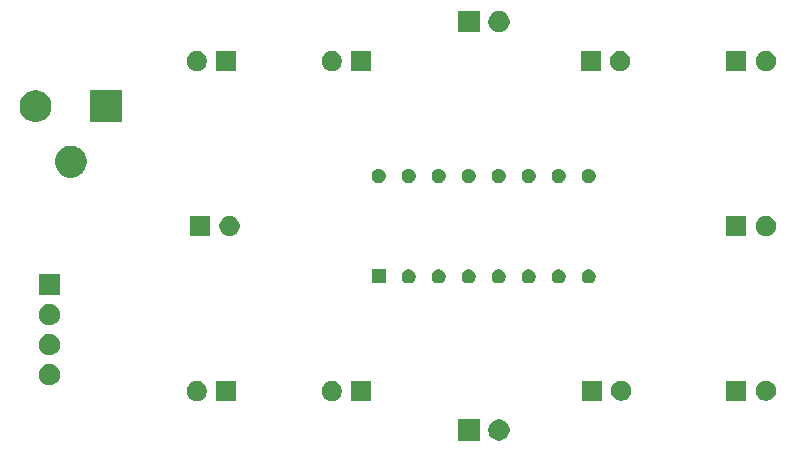
<source format=gbr>
G04 #@! TF.GenerationSoftware,KiCad,Pcbnew,(5.1.5)-3*
G04 #@! TF.CreationDate,2019-12-25T13:57:40+05:30*
G04 #@! TF.ProjectId,aniket,616e696b-6574-42e6-9b69-6361645f7063,rev?*
G04 #@! TF.SameCoordinates,Original*
G04 #@! TF.FileFunction,Soldermask,Bot*
G04 #@! TF.FilePolarity,Negative*
%FSLAX46Y46*%
G04 Gerber Fmt 4.6, Leading zero omitted, Abs format (unit mm)*
G04 Created by KiCad (PCBNEW (5.1.5)-3) date 2019-12-25 13:57:40*
%MOMM*%
%LPD*%
G04 APERTURE LIST*
%ADD10C,0.100000*%
G04 APERTURE END LIST*
D10*
G36*
X140029412Y-107803227D02*
G01*
X140178712Y-107832924D01*
X140342684Y-107900844D01*
X140490254Y-107999447D01*
X140615753Y-108124946D01*
X140714356Y-108272516D01*
X140782276Y-108436488D01*
X140816900Y-108610559D01*
X140816900Y-108788041D01*
X140782276Y-108962112D01*
X140714356Y-109126084D01*
X140615753Y-109273654D01*
X140490254Y-109399153D01*
X140342684Y-109497756D01*
X140178712Y-109565676D01*
X140029412Y-109595373D01*
X140004642Y-109600300D01*
X139827158Y-109600300D01*
X139802388Y-109595373D01*
X139653088Y-109565676D01*
X139489116Y-109497756D01*
X139341546Y-109399153D01*
X139216047Y-109273654D01*
X139117444Y-109126084D01*
X139049524Y-108962112D01*
X139014900Y-108788041D01*
X139014900Y-108610559D01*
X139049524Y-108436488D01*
X139117444Y-108272516D01*
X139216047Y-108124946D01*
X139341546Y-107999447D01*
X139489116Y-107900844D01*
X139653088Y-107832924D01*
X139802388Y-107803227D01*
X139827158Y-107798300D01*
X140004642Y-107798300D01*
X140029412Y-107803227D01*
G37*
G36*
X138276900Y-109600300D02*
G01*
X136474900Y-109600300D01*
X136474900Y-107798300D01*
X138276900Y-107798300D01*
X138276900Y-109600300D01*
G37*
G36*
X126018228Y-104591703D02*
G01*
X126173100Y-104655853D01*
X126312481Y-104748985D01*
X126431015Y-104867519D01*
X126524147Y-105006900D01*
X126588297Y-105161772D01*
X126621000Y-105326184D01*
X126621000Y-105493816D01*
X126588297Y-105658228D01*
X126524147Y-105813100D01*
X126431015Y-105952481D01*
X126312481Y-106071015D01*
X126173100Y-106164147D01*
X126018228Y-106228297D01*
X125853816Y-106261000D01*
X125686184Y-106261000D01*
X125521772Y-106228297D01*
X125366900Y-106164147D01*
X125227519Y-106071015D01*
X125108985Y-105952481D01*
X125015853Y-105813100D01*
X124951703Y-105658228D01*
X124919000Y-105493816D01*
X124919000Y-105326184D01*
X124951703Y-105161772D01*
X125015853Y-105006900D01*
X125108985Y-104867519D01*
X125227519Y-104748985D01*
X125366900Y-104655853D01*
X125521772Y-104591703D01*
X125686184Y-104559000D01*
X125853816Y-104559000D01*
X126018228Y-104591703D01*
G37*
G36*
X117691000Y-106261000D02*
G01*
X115989000Y-106261000D01*
X115989000Y-104559000D01*
X117691000Y-104559000D01*
X117691000Y-106261000D01*
G37*
G36*
X114588228Y-104591703D02*
G01*
X114743100Y-104655853D01*
X114882481Y-104748985D01*
X115001015Y-104867519D01*
X115094147Y-105006900D01*
X115158297Y-105161772D01*
X115191000Y-105326184D01*
X115191000Y-105493816D01*
X115158297Y-105658228D01*
X115094147Y-105813100D01*
X115001015Y-105952481D01*
X114882481Y-106071015D01*
X114743100Y-106164147D01*
X114588228Y-106228297D01*
X114423816Y-106261000D01*
X114256184Y-106261000D01*
X114091772Y-106228297D01*
X113936900Y-106164147D01*
X113797519Y-106071015D01*
X113678985Y-105952481D01*
X113585853Y-105813100D01*
X113521703Y-105658228D01*
X113489000Y-105493816D01*
X113489000Y-105326184D01*
X113521703Y-105161772D01*
X113585853Y-105006900D01*
X113678985Y-104867519D01*
X113797519Y-104748985D01*
X113936900Y-104655853D01*
X114091772Y-104591703D01*
X114256184Y-104559000D01*
X114423816Y-104559000D01*
X114588228Y-104591703D01*
G37*
G36*
X129121000Y-106261000D02*
G01*
X127419000Y-106261000D01*
X127419000Y-104559000D01*
X129121000Y-104559000D01*
X129121000Y-106261000D01*
G37*
G36*
X160871000Y-106222900D02*
G01*
X159169000Y-106222900D01*
X159169000Y-104520900D01*
X160871000Y-104520900D01*
X160871000Y-106222900D01*
G37*
G36*
X162768228Y-104553603D02*
G01*
X162923100Y-104617753D01*
X163062481Y-104710885D01*
X163181015Y-104829419D01*
X163274147Y-104968800D01*
X163338297Y-105123672D01*
X163371000Y-105288084D01*
X163371000Y-105455716D01*
X163338297Y-105620128D01*
X163274147Y-105775000D01*
X163181015Y-105914381D01*
X163062481Y-106032915D01*
X162923100Y-106126047D01*
X162768228Y-106190197D01*
X162603816Y-106222900D01*
X162436184Y-106222900D01*
X162271772Y-106190197D01*
X162116900Y-106126047D01*
X161977519Y-106032915D01*
X161858985Y-105914381D01*
X161765853Y-105775000D01*
X161701703Y-105620128D01*
X161669000Y-105455716D01*
X161669000Y-105288084D01*
X161701703Y-105123672D01*
X161765853Y-104968800D01*
X161858985Y-104829419D01*
X161977519Y-104710885D01*
X162116900Y-104617753D01*
X162271772Y-104553603D01*
X162436184Y-104520900D01*
X162603816Y-104520900D01*
X162768228Y-104553603D01*
G37*
G36*
X148615500Y-106222900D02*
G01*
X146913500Y-106222900D01*
X146913500Y-104520900D01*
X148615500Y-104520900D01*
X148615500Y-106222900D01*
G37*
G36*
X150512728Y-104553603D02*
G01*
X150667600Y-104617753D01*
X150806981Y-104710885D01*
X150925515Y-104829419D01*
X151018647Y-104968800D01*
X151082797Y-105123672D01*
X151115500Y-105288084D01*
X151115500Y-105455716D01*
X151082797Y-105620128D01*
X151018647Y-105775000D01*
X150925515Y-105914381D01*
X150806981Y-106032915D01*
X150667600Y-106126047D01*
X150512728Y-106190197D01*
X150348316Y-106222900D01*
X150180684Y-106222900D01*
X150016272Y-106190197D01*
X149861400Y-106126047D01*
X149722019Y-106032915D01*
X149603485Y-105914381D01*
X149510353Y-105775000D01*
X149446203Y-105620128D01*
X149413500Y-105455716D01*
X149413500Y-105288084D01*
X149446203Y-105123672D01*
X149510353Y-104968800D01*
X149603485Y-104829419D01*
X149722019Y-104710885D01*
X149861400Y-104617753D01*
X150016272Y-104553603D01*
X150180684Y-104520900D01*
X150348316Y-104520900D01*
X150512728Y-104553603D01*
G37*
G36*
X101967512Y-103116927D02*
G01*
X102116812Y-103146624D01*
X102280784Y-103214544D01*
X102428354Y-103313147D01*
X102553853Y-103438646D01*
X102652456Y-103586216D01*
X102720376Y-103750188D01*
X102755000Y-103924259D01*
X102755000Y-104101741D01*
X102720376Y-104275812D01*
X102652456Y-104439784D01*
X102553853Y-104587354D01*
X102428354Y-104712853D01*
X102280784Y-104811456D01*
X102116812Y-104879376D01*
X101967512Y-104909073D01*
X101942742Y-104914000D01*
X101765258Y-104914000D01*
X101740488Y-104909073D01*
X101591188Y-104879376D01*
X101427216Y-104811456D01*
X101279646Y-104712853D01*
X101154147Y-104587354D01*
X101055544Y-104439784D01*
X100987624Y-104275812D01*
X100953000Y-104101741D01*
X100953000Y-103924259D01*
X100987624Y-103750188D01*
X101055544Y-103586216D01*
X101154147Y-103438646D01*
X101279646Y-103313147D01*
X101427216Y-103214544D01*
X101591188Y-103146624D01*
X101740488Y-103116927D01*
X101765258Y-103112000D01*
X101942742Y-103112000D01*
X101967512Y-103116927D01*
G37*
G36*
X101967512Y-100576927D02*
G01*
X102116812Y-100606624D01*
X102280784Y-100674544D01*
X102428354Y-100773147D01*
X102553853Y-100898646D01*
X102652456Y-101046216D01*
X102720376Y-101210188D01*
X102755000Y-101384259D01*
X102755000Y-101561741D01*
X102720376Y-101735812D01*
X102652456Y-101899784D01*
X102553853Y-102047354D01*
X102428354Y-102172853D01*
X102280784Y-102271456D01*
X102116812Y-102339376D01*
X101967512Y-102369073D01*
X101942742Y-102374000D01*
X101765258Y-102374000D01*
X101740488Y-102369073D01*
X101591188Y-102339376D01*
X101427216Y-102271456D01*
X101279646Y-102172853D01*
X101154147Y-102047354D01*
X101055544Y-101899784D01*
X100987624Y-101735812D01*
X100953000Y-101561741D01*
X100953000Y-101384259D01*
X100987624Y-101210188D01*
X101055544Y-101046216D01*
X101154147Y-100898646D01*
X101279646Y-100773147D01*
X101427216Y-100674544D01*
X101591188Y-100606624D01*
X101740488Y-100576927D01*
X101765258Y-100572000D01*
X101942742Y-100572000D01*
X101967512Y-100576927D01*
G37*
G36*
X101967512Y-98036927D02*
G01*
X102116812Y-98066624D01*
X102280784Y-98134544D01*
X102428354Y-98233147D01*
X102553853Y-98358646D01*
X102652456Y-98506216D01*
X102720376Y-98670188D01*
X102755000Y-98844259D01*
X102755000Y-99021741D01*
X102720376Y-99195812D01*
X102652456Y-99359784D01*
X102553853Y-99507354D01*
X102428354Y-99632853D01*
X102280784Y-99731456D01*
X102116812Y-99799376D01*
X101967512Y-99829073D01*
X101942742Y-99834000D01*
X101765258Y-99834000D01*
X101740488Y-99829073D01*
X101591188Y-99799376D01*
X101427216Y-99731456D01*
X101279646Y-99632853D01*
X101154147Y-99507354D01*
X101055544Y-99359784D01*
X100987624Y-99195812D01*
X100953000Y-99021741D01*
X100953000Y-98844259D01*
X100987624Y-98670188D01*
X101055544Y-98506216D01*
X101154147Y-98358646D01*
X101279646Y-98233147D01*
X101427216Y-98134544D01*
X101591188Y-98066624D01*
X101740488Y-98036927D01*
X101765258Y-98032000D01*
X101942742Y-98032000D01*
X101967512Y-98036927D01*
G37*
G36*
X102755000Y-97294000D02*
G01*
X100953000Y-97294000D01*
X100953000Y-95492000D01*
X102755000Y-95492000D01*
X102755000Y-97294000D01*
G37*
G36*
X145112501Y-95103997D02*
G01*
X145151205Y-95111696D01*
X145183240Y-95124965D01*
X145260580Y-95157000D01*
X145359015Y-95222773D01*
X145442727Y-95306485D01*
X145508500Y-95404920D01*
X145553804Y-95514296D01*
X145576900Y-95630405D01*
X145576900Y-95748795D01*
X145553804Y-95864904D01*
X145508500Y-95974280D01*
X145442727Y-96072715D01*
X145359015Y-96156427D01*
X145260580Y-96222200D01*
X145183240Y-96254235D01*
X145151205Y-96267504D01*
X145112501Y-96275203D01*
X145035095Y-96290600D01*
X144916705Y-96290600D01*
X144839299Y-96275203D01*
X144800595Y-96267504D01*
X144768560Y-96254235D01*
X144691220Y-96222200D01*
X144592785Y-96156427D01*
X144509073Y-96072715D01*
X144443300Y-95974280D01*
X144397996Y-95864904D01*
X144374900Y-95748795D01*
X144374900Y-95630405D01*
X144397996Y-95514296D01*
X144443300Y-95404920D01*
X144509073Y-95306485D01*
X144592785Y-95222773D01*
X144691220Y-95157000D01*
X144768560Y-95124965D01*
X144800595Y-95111696D01*
X144839299Y-95103997D01*
X144916705Y-95088600D01*
X145035095Y-95088600D01*
X145112501Y-95103997D01*
G37*
G36*
X140032501Y-95103997D02*
G01*
X140071205Y-95111696D01*
X140103240Y-95124965D01*
X140180580Y-95157000D01*
X140279015Y-95222773D01*
X140362727Y-95306485D01*
X140428500Y-95404920D01*
X140473804Y-95514296D01*
X140496900Y-95630405D01*
X140496900Y-95748795D01*
X140473804Y-95864904D01*
X140428500Y-95974280D01*
X140362727Y-96072715D01*
X140279015Y-96156427D01*
X140180580Y-96222200D01*
X140103240Y-96254235D01*
X140071205Y-96267504D01*
X140032501Y-96275203D01*
X139955095Y-96290600D01*
X139836705Y-96290600D01*
X139759299Y-96275203D01*
X139720595Y-96267504D01*
X139688560Y-96254235D01*
X139611220Y-96222200D01*
X139512785Y-96156427D01*
X139429073Y-96072715D01*
X139363300Y-95974280D01*
X139317996Y-95864904D01*
X139294900Y-95748795D01*
X139294900Y-95630405D01*
X139317996Y-95514296D01*
X139363300Y-95404920D01*
X139429073Y-95306485D01*
X139512785Y-95222773D01*
X139611220Y-95157000D01*
X139688560Y-95124965D01*
X139720595Y-95111696D01*
X139759299Y-95103997D01*
X139836705Y-95088600D01*
X139955095Y-95088600D01*
X140032501Y-95103997D01*
G37*
G36*
X147652501Y-95103997D02*
G01*
X147691205Y-95111696D01*
X147723240Y-95124965D01*
X147800580Y-95157000D01*
X147899015Y-95222773D01*
X147982727Y-95306485D01*
X148048500Y-95404920D01*
X148093804Y-95514296D01*
X148116900Y-95630405D01*
X148116900Y-95748795D01*
X148093804Y-95864904D01*
X148048500Y-95974280D01*
X147982727Y-96072715D01*
X147899015Y-96156427D01*
X147800580Y-96222200D01*
X147723240Y-96254235D01*
X147691205Y-96267504D01*
X147652501Y-96275203D01*
X147575095Y-96290600D01*
X147456705Y-96290600D01*
X147379299Y-96275203D01*
X147340595Y-96267504D01*
X147308560Y-96254235D01*
X147231220Y-96222200D01*
X147132785Y-96156427D01*
X147049073Y-96072715D01*
X146983300Y-95974280D01*
X146937996Y-95864904D01*
X146914900Y-95748795D01*
X146914900Y-95630405D01*
X146937996Y-95514296D01*
X146983300Y-95404920D01*
X147049073Y-95306485D01*
X147132785Y-95222773D01*
X147231220Y-95157000D01*
X147308560Y-95124965D01*
X147340595Y-95111696D01*
X147379299Y-95103997D01*
X147456705Y-95088600D01*
X147575095Y-95088600D01*
X147652501Y-95103997D01*
G37*
G36*
X142572501Y-95103997D02*
G01*
X142611205Y-95111696D01*
X142643240Y-95124965D01*
X142720580Y-95157000D01*
X142819015Y-95222773D01*
X142902727Y-95306485D01*
X142968500Y-95404920D01*
X143013804Y-95514296D01*
X143036900Y-95630405D01*
X143036900Y-95748795D01*
X143013804Y-95864904D01*
X142968500Y-95974280D01*
X142902727Y-96072715D01*
X142819015Y-96156427D01*
X142720580Y-96222200D01*
X142643240Y-96254235D01*
X142611205Y-96267504D01*
X142572501Y-96275203D01*
X142495095Y-96290600D01*
X142376705Y-96290600D01*
X142299299Y-96275203D01*
X142260595Y-96267504D01*
X142228560Y-96254235D01*
X142151220Y-96222200D01*
X142052785Y-96156427D01*
X141969073Y-96072715D01*
X141903300Y-95974280D01*
X141857996Y-95864904D01*
X141834900Y-95748795D01*
X141834900Y-95630405D01*
X141857996Y-95514296D01*
X141903300Y-95404920D01*
X141969073Y-95306485D01*
X142052785Y-95222773D01*
X142151220Y-95157000D01*
X142228560Y-95124965D01*
X142260595Y-95111696D01*
X142299299Y-95103997D01*
X142376705Y-95088600D01*
X142495095Y-95088600D01*
X142572501Y-95103997D01*
G37*
G36*
X137492501Y-95103997D02*
G01*
X137531205Y-95111696D01*
X137563240Y-95124965D01*
X137640580Y-95157000D01*
X137739015Y-95222773D01*
X137822727Y-95306485D01*
X137888500Y-95404920D01*
X137933804Y-95514296D01*
X137956900Y-95630405D01*
X137956900Y-95748795D01*
X137933804Y-95864904D01*
X137888500Y-95974280D01*
X137822727Y-96072715D01*
X137739015Y-96156427D01*
X137640580Y-96222200D01*
X137563240Y-96254235D01*
X137531205Y-96267504D01*
X137492501Y-96275203D01*
X137415095Y-96290600D01*
X137296705Y-96290600D01*
X137219299Y-96275203D01*
X137180595Y-96267504D01*
X137148560Y-96254235D01*
X137071220Y-96222200D01*
X136972785Y-96156427D01*
X136889073Y-96072715D01*
X136823300Y-95974280D01*
X136777996Y-95864904D01*
X136754900Y-95748795D01*
X136754900Y-95630405D01*
X136777996Y-95514296D01*
X136823300Y-95404920D01*
X136889073Y-95306485D01*
X136972785Y-95222773D01*
X137071220Y-95157000D01*
X137148560Y-95124965D01*
X137180595Y-95111696D01*
X137219299Y-95103997D01*
X137296705Y-95088600D01*
X137415095Y-95088600D01*
X137492501Y-95103997D01*
G37*
G36*
X134952501Y-95103997D02*
G01*
X134991205Y-95111696D01*
X135023240Y-95124965D01*
X135100580Y-95157000D01*
X135199015Y-95222773D01*
X135282727Y-95306485D01*
X135348500Y-95404920D01*
X135393804Y-95514296D01*
X135416900Y-95630405D01*
X135416900Y-95748795D01*
X135393804Y-95864904D01*
X135348500Y-95974280D01*
X135282727Y-96072715D01*
X135199015Y-96156427D01*
X135100580Y-96222200D01*
X135023240Y-96254235D01*
X134991205Y-96267504D01*
X134952501Y-96275203D01*
X134875095Y-96290600D01*
X134756705Y-96290600D01*
X134679299Y-96275203D01*
X134640595Y-96267504D01*
X134608560Y-96254235D01*
X134531220Y-96222200D01*
X134432785Y-96156427D01*
X134349073Y-96072715D01*
X134283300Y-95974280D01*
X134237996Y-95864904D01*
X134214900Y-95748795D01*
X134214900Y-95630405D01*
X134237996Y-95514296D01*
X134283300Y-95404920D01*
X134349073Y-95306485D01*
X134432785Y-95222773D01*
X134531220Y-95157000D01*
X134608560Y-95124965D01*
X134640595Y-95111696D01*
X134679299Y-95103997D01*
X134756705Y-95088600D01*
X134875095Y-95088600D01*
X134952501Y-95103997D01*
G37*
G36*
X132412501Y-95103997D02*
G01*
X132451205Y-95111696D01*
X132483240Y-95124965D01*
X132560580Y-95157000D01*
X132659015Y-95222773D01*
X132742727Y-95306485D01*
X132808500Y-95404920D01*
X132853804Y-95514296D01*
X132876900Y-95630405D01*
X132876900Y-95748795D01*
X132853804Y-95864904D01*
X132808500Y-95974280D01*
X132742727Y-96072715D01*
X132659015Y-96156427D01*
X132560580Y-96222200D01*
X132483240Y-96254235D01*
X132451205Y-96267504D01*
X132412501Y-96275203D01*
X132335095Y-96290600D01*
X132216705Y-96290600D01*
X132139299Y-96275203D01*
X132100595Y-96267504D01*
X132068560Y-96254235D01*
X131991220Y-96222200D01*
X131892785Y-96156427D01*
X131809073Y-96072715D01*
X131743300Y-95974280D01*
X131697996Y-95864904D01*
X131674900Y-95748795D01*
X131674900Y-95630405D01*
X131697996Y-95514296D01*
X131743300Y-95404920D01*
X131809073Y-95306485D01*
X131892785Y-95222773D01*
X131991220Y-95157000D01*
X132068560Y-95124965D01*
X132100595Y-95111696D01*
X132139299Y-95103997D01*
X132216705Y-95088600D01*
X132335095Y-95088600D01*
X132412501Y-95103997D01*
G37*
G36*
X130336900Y-96290600D02*
G01*
X129134900Y-96290600D01*
X129134900Y-95088600D01*
X130336900Y-95088600D01*
X130336900Y-96290600D01*
G37*
G36*
X162768228Y-90621703D02*
G01*
X162923100Y-90685853D01*
X163062481Y-90778985D01*
X163181015Y-90897519D01*
X163274147Y-91036900D01*
X163338297Y-91191772D01*
X163371000Y-91356184D01*
X163371000Y-91523816D01*
X163338297Y-91688228D01*
X163274147Y-91843100D01*
X163181015Y-91982481D01*
X163062481Y-92101015D01*
X162923100Y-92194147D01*
X162768228Y-92258297D01*
X162603816Y-92291000D01*
X162436184Y-92291000D01*
X162271772Y-92258297D01*
X162116900Y-92194147D01*
X161977519Y-92101015D01*
X161858985Y-91982481D01*
X161765853Y-91843100D01*
X161701703Y-91688228D01*
X161669000Y-91523816D01*
X161669000Y-91356184D01*
X161701703Y-91191772D01*
X161765853Y-91036900D01*
X161858985Y-90897519D01*
X161977519Y-90778985D01*
X162116900Y-90685853D01*
X162271772Y-90621703D01*
X162436184Y-90589000D01*
X162603816Y-90589000D01*
X162768228Y-90621703D01*
G37*
G36*
X115455646Y-92291000D02*
G01*
X113753646Y-92291000D01*
X113753646Y-90589000D01*
X115455646Y-90589000D01*
X115455646Y-92291000D01*
G37*
G36*
X117352874Y-90621703D02*
G01*
X117507746Y-90685853D01*
X117647127Y-90778985D01*
X117765661Y-90897519D01*
X117858793Y-91036900D01*
X117922943Y-91191772D01*
X117955646Y-91356184D01*
X117955646Y-91523816D01*
X117922943Y-91688228D01*
X117858793Y-91843100D01*
X117765661Y-91982481D01*
X117647127Y-92101015D01*
X117507746Y-92194147D01*
X117352874Y-92258297D01*
X117188462Y-92291000D01*
X117020830Y-92291000D01*
X116856418Y-92258297D01*
X116701546Y-92194147D01*
X116562165Y-92101015D01*
X116443631Y-91982481D01*
X116350499Y-91843100D01*
X116286349Y-91688228D01*
X116253646Y-91523816D01*
X116253646Y-91356184D01*
X116286349Y-91191772D01*
X116350499Y-91036900D01*
X116443631Y-90897519D01*
X116562165Y-90778985D01*
X116701546Y-90685853D01*
X116856418Y-90621703D01*
X117020830Y-90589000D01*
X117188462Y-90589000D01*
X117352874Y-90621703D01*
G37*
G36*
X160871000Y-92291000D02*
G01*
X159169000Y-92291000D01*
X159169000Y-90589000D01*
X160871000Y-90589000D01*
X160871000Y-92291000D01*
G37*
G36*
X140032501Y-86603997D02*
G01*
X140071205Y-86611696D01*
X140091100Y-86619937D01*
X140180580Y-86657000D01*
X140279015Y-86722773D01*
X140362727Y-86806485D01*
X140428500Y-86904920D01*
X140460535Y-86982260D01*
X140473804Y-87014295D01*
X140476807Y-87029391D01*
X140496900Y-87130405D01*
X140496900Y-87248795D01*
X140473804Y-87364904D01*
X140428500Y-87474280D01*
X140362727Y-87572715D01*
X140279015Y-87656427D01*
X140180580Y-87722200D01*
X140103240Y-87754235D01*
X140071205Y-87767504D01*
X140032501Y-87775203D01*
X139955095Y-87790600D01*
X139836705Y-87790600D01*
X139759299Y-87775203D01*
X139720595Y-87767504D01*
X139688560Y-87754235D01*
X139611220Y-87722200D01*
X139512785Y-87656427D01*
X139429073Y-87572715D01*
X139363300Y-87474280D01*
X139317996Y-87364904D01*
X139294900Y-87248795D01*
X139294900Y-87130405D01*
X139314993Y-87029391D01*
X139317996Y-87014295D01*
X139331265Y-86982260D01*
X139363300Y-86904920D01*
X139429073Y-86806485D01*
X139512785Y-86722773D01*
X139611220Y-86657000D01*
X139700700Y-86619937D01*
X139720595Y-86611696D01*
X139759299Y-86603997D01*
X139836705Y-86588600D01*
X139955095Y-86588600D01*
X140032501Y-86603997D01*
G37*
G36*
X147652501Y-86603997D02*
G01*
X147691205Y-86611696D01*
X147711100Y-86619937D01*
X147800580Y-86657000D01*
X147899015Y-86722773D01*
X147982727Y-86806485D01*
X148048500Y-86904920D01*
X148080535Y-86982260D01*
X148093804Y-87014295D01*
X148096807Y-87029391D01*
X148116900Y-87130405D01*
X148116900Y-87248795D01*
X148093804Y-87364904D01*
X148048500Y-87474280D01*
X147982727Y-87572715D01*
X147899015Y-87656427D01*
X147800580Y-87722200D01*
X147723240Y-87754235D01*
X147691205Y-87767504D01*
X147652501Y-87775203D01*
X147575095Y-87790600D01*
X147456705Y-87790600D01*
X147379299Y-87775203D01*
X147340595Y-87767504D01*
X147308560Y-87754235D01*
X147231220Y-87722200D01*
X147132785Y-87656427D01*
X147049073Y-87572715D01*
X146983300Y-87474280D01*
X146937996Y-87364904D01*
X146914900Y-87248795D01*
X146914900Y-87130405D01*
X146934993Y-87029391D01*
X146937996Y-87014295D01*
X146951265Y-86982260D01*
X146983300Y-86904920D01*
X147049073Y-86806485D01*
X147132785Y-86722773D01*
X147231220Y-86657000D01*
X147320700Y-86619937D01*
X147340595Y-86611696D01*
X147379299Y-86603997D01*
X147456705Y-86588600D01*
X147575095Y-86588600D01*
X147652501Y-86603997D01*
G37*
G36*
X145112501Y-86603997D02*
G01*
X145151205Y-86611696D01*
X145171100Y-86619937D01*
X145260580Y-86657000D01*
X145359015Y-86722773D01*
X145442727Y-86806485D01*
X145508500Y-86904920D01*
X145540535Y-86982260D01*
X145553804Y-87014295D01*
X145556807Y-87029391D01*
X145576900Y-87130405D01*
X145576900Y-87248795D01*
X145553804Y-87364904D01*
X145508500Y-87474280D01*
X145442727Y-87572715D01*
X145359015Y-87656427D01*
X145260580Y-87722200D01*
X145183240Y-87754235D01*
X145151205Y-87767504D01*
X145112501Y-87775203D01*
X145035095Y-87790600D01*
X144916705Y-87790600D01*
X144839299Y-87775203D01*
X144800595Y-87767504D01*
X144768560Y-87754235D01*
X144691220Y-87722200D01*
X144592785Y-87656427D01*
X144509073Y-87572715D01*
X144443300Y-87474280D01*
X144397996Y-87364904D01*
X144374900Y-87248795D01*
X144374900Y-87130405D01*
X144394993Y-87029391D01*
X144397996Y-87014295D01*
X144411265Y-86982260D01*
X144443300Y-86904920D01*
X144509073Y-86806485D01*
X144592785Y-86722773D01*
X144691220Y-86657000D01*
X144780700Y-86619937D01*
X144800595Y-86611696D01*
X144839299Y-86603997D01*
X144916705Y-86588600D01*
X145035095Y-86588600D01*
X145112501Y-86603997D01*
G37*
G36*
X142572501Y-86603997D02*
G01*
X142611205Y-86611696D01*
X142631100Y-86619937D01*
X142720580Y-86657000D01*
X142819015Y-86722773D01*
X142902727Y-86806485D01*
X142968500Y-86904920D01*
X143000535Y-86982260D01*
X143013804Y-87014295D01*
X143016807Y-87029391D01*
X143036900Y-87130405D01*
X143036900Y-87248795D01*
X143013804Y-87364904D01*
X142968500Y-87474280D01*
X142902727Y-87572715D01*
X142819015Y-87656427D01*
X142720580Y-87722200D01*
X142643240Y-87754235D01*
X142611205Y-87767504D01*
X142572501Y-87775203D01*
X142495095Y-87790600D01*
X142376705Y-87790600D01*
X142299299Y-87775203D01*
X142260595Y-87767504D01*
X142228560Y-87754235D01*
X142151220Y-87722200D01*
X142052785Y-87656427D01*
X141969073Y-87572715D01*
X141903300Y-87474280D01*
X141857996Y-87364904D01*
X141834900Y-87248795D01*
X141834900Y-87130405D01*
X141854993Y-87029391D01*
X141857996Y-87014295D01*
X141871265Y-86982260D01*
X141903300Y-86904920D01*
X141969073Y-86806485D01*
X142052785Y-86722773D01*
X142151220Y-86657000D01*
X142240700Y-86619937D01*
X142260595Y-86611696D01*
X142299299Y-86603997D01*
X142376705Y-86588600D01*
X142495095Y-86588600D01*
X142572501Y-86603997D01*
G37*
G36*
X137492501Y-86603997D02*
G01*
X137531205Y-86611696D01*
X137551100Y-86619937D01*
X137640580Y-86657000D01*
X137739015Y-86722773D01*
X137822727Y-86806485D01*
X137888500Y-86904920D01*
X137920535Y-86982260D01*
X137933804Y-87014295D01*
X137936807Y-87029391D01*
X137956900Y-87130405D01*
X137956900Y-87248795D01*
X137933804Y-87364904D01*
X137888500Y-87474280D01*
X137822727Y-87572715D01*
X137739015Y-87656427D01*
X137640580Y-87722200D01*
X137563240Y-87754235D01*
X137531205Y-87767504D01*
X137492501Y-87775203D01*
X137415095Y-87790600D01*
X137296705Y-87790600D01*
X137219299Y-87775203D01*
X137180595Y-87767504D01*
X137148560Y-87754235D01*
X137071220Y-87722200D01*
X136972785Y-87656427D01*
X136889073Y-87572715D01*
X136823300Y-87474280D01*
X136777996Y-87364904D01*
X136754900Y-87248795D01*
X136754900Y-87130405D01*
X136774993Y-87029391D01*
X136777996Y-87014295D01*
X136791265Y-86982260D01*
X136823300Y-86904920D01*
X136889073Y-86806485D01*
X136972785Y-86722773D01*
X137071220Y-86657000D01*
X137160700Y-86619937D01*
X137180595Y-86611696D01*
X137219299Y-86603997D01*
X137296705Y-86588600D01*
X137415095Y-86588600D01*
X137492501Y-86603997D01*
G37*
G36*
X134952501Y-86603997D02*
G01*
X134991205Y-86611696D01*
X135011100Y-86619937D01*
X135100580Y-86657000D01*
X135199015Y-86722773D01*
X135282727Y-86806485D01*
X135348500Y-86904920D01*
X135380535Y-86982260D01*
X135393804Y-87014295D01*
X135396807Y-87029391D01*
X135416900Y-87130405D01*
X135416900Y-87248795D01*
X135393804Y-87364904D01*
X135348500Y-87474280D01*
X135282727Y-87572715D01*
X135199015Y-87656427D01*
X135100580Y-87722200D01*
X135023240Y-87754235D01*
X134991205Y-87767504D01*
X134952501Y-87775203D01*
X134875095Y-87790600D01*
X134756705Y-87790600D01*
X134679299Y-87775203D01*
X134640595Y-87767504D01*
X134608560Y-87754235D01*
X134531220Y-87722200D01*
X134432785Y-87656427D01*
X134349073Y-87572715D01*
X134283300Y-87474280D01*
X134237996Y-87364904D01*
X134214900Y-87248795D01*
X134214900Y-87130405D01*
X134234993Y-87029391D01*
X134237996Y-87014295D01*
X134251265Y-86982260D01*
X134283300Y-86904920D01*
X134349073Y-86806485D01*
X134432785Y-86722773D01*
X134531220Y-86657000D01*
X134620700Y-86619937D01*
X134640595Y-86611696D01*
X134679299Y-86603997D01*
X134756705Y-86588600D01*
X134875095Y-86588600D01*
X134952501Y-86603997D01*
G37*
G36*
X132412501Y-86603997D02*
G01*
X132451205Y-86611696D01*
X132471100Y-86619937D01*
X132560580Y-86657000D01*
X132659015Y-86722773D01*
X132742727Y-86806485D01*
X132808500Y-86904920D01*
X132840535Y-86982260D01*
X132853804Y-87014295D01*
X132856807Y-87029391D01*
X132876900Y-87130405D01*
X132876900Y-87248795D01*
X132853804Y-87364904D01*
X132808500Y-87474280D01*
X132742727Y-87572715D01*
X132659015Y-87656427D01*
X132560580Y-87722200D01*
X132483240Y-87754235D01*
X132451205Y-87767504D01*
X132412501Y-87775203D01*
X132335095Y-87790600D01*
X132216705Y-87790600D01*
X132139299Y-87775203D01*
X132100595Y-87767504D01*
X132068560Y-87754235D01*
X131991220Y-87722200D01*
X131892785Y-87656427D01*
X131809073Y-87572715D01*
X131743300Y-87474280D01*
X131697996Y-87364904D01*
X131674900Y-87248795D01*
X131674900Y-87130405D01*
X131694993Y-87029391D01*
X131697996Y-87014295D01*
X131711265Y-86982260D01*
X131743300Y-86904920D01*
X131809073Y-86806485D01*
X131892785Y-86722773D01*
X131991220Y-86657000D01*
X132080700Y-86619937D01*
X132100595Y-86611696D01*
X132139299Y-86603997D01*
X132216705Y-86588600D01*
X132335095Y-86588600D01*
X132412501Y-86603997D01*
G37*
G36*
X129872501Y-86603997D02*
G01*
X129911205Y-86611696D01*
X129931100Y-86619937D01*
X130020580Y-86657000D01*
X130119015Y-86722773D01*
X130202727Y-86806485D01*
X130268500Y-86904920D01*
X130300535Y-86982260D01*
X130313804Y-87014295D01*
X130316807Y-87029391D01*
X130336900Y-87130405D01*
X130336900Y-87248795D01*
X130313804Y-87364904D01*
X130268500Y-87474280D01*
X130202727Y-87572715D01*
X130119015Y-87656427D01*
X130020580Y-87722200D01*
X129943240Y-87754235D01*
X129911205Y-87767504D01*
X129872501Y-87775203D01*
X129795095Y-87790600D01*
X129676705Y-87790600D01*
X129599299Y-87775203D01*
X129560595Y-87767504D01*
X129528560Y-87754235D01*
X129451220Y-87722200D01*
X129352785Y-87656427D01*
X129269073Y-87572715D01*
X129203300Y-87474280D01*
X129157996Y-87364904D01*
X129134900Y-87248795D01*
X129134900Y-87130405D01*
X129154993Y-87029391D01*
X129157996Y-87014295D01*
X129171265Y-86982260D01*
X129203300Y-86904920D01*
X129269073Y-86806485D01*
X129352785Y-86722773D01*
X129451220Y-86657000D01*
X129540700Y-86619937D01*
X129560595Y-86611696D01*
X129599299Y-86603997D01*
X129676705Y-86588600D01*
X129795095Y-86588600D01*
X129872501Y-86603997D01*
G37*
G36*
X104074072Y-84680918D02*
G01*
X104319939Y-84782759D01*
X104431328Y-84857187D01*
X104541211Y-84930609D01*
X104729391Y-85118789D01*
X104877242Y-85340063D01*
X104979082Y-85585928D01*
X105031000Y-85846937D01*
X105031000Y-86113063D01*
X104979082Y-86374072D01*
X104880656Y-86611696D01*
X104877241Y-86619939D01*
X104729390Y-86841212D01*
X104541212Y-87029390D01*
X104319939Y-87177241D01*
X104319938Y-87177242D01*
X104319937Y-87177242D01*
X104074072Y-87279082D01*
X103813063Y-87331000D01*
X103546937Y-87331000D01*
X103285928Y-87279082D01*
X103040063Y-87177242D01*
X103040062Y-87177242D01*
X103040061Y-87177241D01*
X102818788Y-87029390D01*
X102630610Y-86841212D01*
X102482759Y-86619939D01*
X102479345Y-86611696D01*
X102380918Y-86374072D01*
X102329000Y-86113063D01*
X102329000Y-85846937D01*
X102380918Y-85585928D01*
X102482758Y-85340063D01*
X102630609Y-85118789D01*
X102818789Y-84930609D01*
X102928672Y-84857187D01*
X103040061Y-84782759D01*
X103285928Y-84680918D01*
X103546937Y-84629000D01*
X103813063Y-84629000D01*
X104074072Y-84680918D01*
G37*
G36*
X108031000Y-82631000D02*
G01*
X105329000Y-82631000D01*
X105329000Y-79929000D01*
X108031000Y-79929000D01*
X108031000Y-82631000D01*
G37*
G36*
X101074072Y-79980918D02*
G01*
X101319939Y-80082759D01*
X101541212Y-80230610D01*
X101729390Y-80418788D01*
X101877241Y-80640061D01*
X101979082Y-80885928D01*
X102031000Y-81146938D01*
X102031000Y-81413062D01*
X101979082Y-81674072D01*
X101877241Y-81919939D01*
X101729390Y-82141212D01*
X101541212Y-82329390D01*
X101319939Y-82477241D01*
X101319938Y-82477242D01*
X101319937Y-82477242D01*
X101074072Y-82579082D01*
X100813063Y-82631000D01*
X100546937Y-82631000D01*
X100285928Y-82579082D01*
X100040063Y-82477242D01*
X100040062Y-82477242D01*
X100040061Y-82477241D01*
X99818788Y-82329390D01*
X99630610Y-82141212D01*
X99482759Y-81919939D01*
X99380918Y-81674072D01*
X99329000Y-81413062D01*
X99329000Y-81146938D01*
X99380918Y-80885928D01*
X99482759Y-80640061D01*
X99630610Y-80418788D01*
X99818788Y-80230610D01*
X100040061Y-80082759D01*
X100285928Y-79980918D01*
X100546937Y-79929000D01*
X100813063Y-79929000D01*
X101074072Y-79980918D01*
G37*
G36*
X129121000Y-78321000D02*
G01*
X127419000Y-78321000D01*
X127419000Y-76619000D01*
X129121000Y-76619000D01*
X129121000Y-78321000D01*
G37*
G36*
X148526600Y-78321000D02*
G01*
X146824600Y-78321000D01*
X146824600Y-76619000D01*
X148526600Y-76619000D01*
X148526600Y-78321000D01*
G37*
G36*
X160871000Y-78321000D02*
G01*
X159169000Y-78321000D01*
X159169000Y-76619000D01*
X160871000Y-76619000D01*
X160871000Y-78321000D01*
G37*
G36*
X162768228Y-76651703D02*
G01*
X162923100Y-76715853D01*
X163062481Y-76808985D01*
X163181015Y-76927519D01*
X163274147Y-77066900D01*
X163338297Y-77221772D01*
X163371000Y-77386184D01*
X163371000Y-77553816D01*
X163338297Y-77718228D01*
X163274147Y-77873100D01*
X163181015Y-78012481D01*
X163062481Y-78131015D01*
X162923100Y-78224147D01*
X162768228Y-78288297D01*
X162603816Y-78321000D01*
X162436184Y-78321000D01*
X162271772Y-78288297D01*
X162116900Y-78224147D01*
X161977519Y-78131015D01*
X161858985Y-78012481D01*
X161765853Y-77873100D01*
X161701703Y-77718228D01*
X161669000Y-77553816D01*
X161669000Y-77386184D01*
X161701703Y-77221772D01*
X161765853Y-77066900D01*
X161858985Y-76927519D01*
X161977519Y-76808985D01*
X162116900Y-76715853D01*
X162271772Y-76651703D01*
X162436184Y-76619000D01*
X162603816Y-76619000D01*
X162768228Y-76651703D01*
G37*
G36*
X114588228Y-76651703D02*
G01*
X114743100Y-76715853D01*
X114882481Y-76808985D01*
X115001015Y-76927519D01*
X115094147Y-77066900D01*
X115158297Y-77221772D01*
X115191000Y-77386184D01*
X115191000Y-77553816D01*
X115158297Y-77718228D01*
X115094147Y-77873100D01*
X115001015Y-78012481D01*
X114882481Y-78131015D01*
X114743100Y-78224147D01*
X114588228Y-78288297D01*
X114423816Y-78321000D01*
X114256184Y-78321000D01*
X114091772Y-78288297D01*
X113936900Y-78224147D01*
X113797519Y-78131015D01*
X113678985Y-78012481D01*
X113585853Y-77873100D01*
X113521703Y-77718228D01*
X113489000Y-77553816D01*
X113489000Y-77386184D01*
X113521703Y-77221772D01*
X113585853Y-77066900D01*
X113678985Y-76927519D01*
X113797519Y-76808985D01*
X113936900Y-76715853D01*
X114091772Y-76651703D01*
X114256184Y-76619000D01*
X114423816Y-76619000D01*
X114588228Y-76651703D01*
G37*
G36*
X117691000Y-78321000D02*
G01*
X115989000Y-78321000D01*
X115989000Y-76619000D01*
X117691000Y-76619000D01*
X117691000Y-78321000D01*
G37*
G36*
X126018228Y-76651703D02*
G01*
X126173100Y-76715853D01*
X126312481Y-76808985D01*
X126431015Y-76927519D01*
X126524147Y-77066900D01*
X126588297Y-77221772D01*
X126621000Y-77386184D01*
X126621000Y-77553816D01*
X126588297Y-77718228D01*
X126524147Y-77873100D01*
X126431015Y-78012481D01*
X126312481Y-78131015D01*
X126173100Y-78224147D01*
X126018228Y-78288297D01*
X125853816Y-78321000D01*
X125686184Y-78321000D01*
X125521772Y-78288297D01*
X125366900Y-78224147D01*
X125227519Y-78131015D01*
X125108985Y-78012481D01*
X125015853Y-77873100D01*
X124951703Y-77718228D01*
X124919000Y-77553816D01*
X124919000Y-77386184D01*
X124951703Y-77221772D01*
X125015853Y-77066900D01*
X125108985Y-76927519D01*
X125227519Y-76808985D01*
X125366900Y-76715853D01*
X125521772Y-76651703D01*
X125686184Y-76619000D01*
X125853816Y-76619000D01*
X126018228Y-76651703D01*
G37*
G36*
X150423828Y-76651703D02*
G01*
X150578700Y-76715853D01*
X150718081Y-76808985D01*
X150836615Y-76927519D01*
X150929747Y-77066900D01*
X150993897Y-77221772D01*
X151026600Y-77386184D01*
X151026600Y-77553816D01*
X150993897Y-77718228D01*
X150929747Y-77873100D01*
X150836615Y-78012481D01*
X150718081Y-78131015D01*
X150578700Y-78224147D01*
X150423828Y-78288297D01*
X150259416Y-78321000D01*
X150091784Y-78321000D01*
X149927372Y-78288297D01*
X149772500Y-78224147D01*
X149633119Y-78131015D01*
X149514585Y-78012481D01*
X149421453Y-77873100D01*
X149357303Y-77718228D01*
X149324600Y-77553816D01*
X149324600Y-77386184D01*
X149357303Y-77221772D01*
X149421453Y-77066900D01*
X149514585Y-76927519D01*
X149633119Y-76808985D01*
X149772500Y-76715853D01*
X149927372Y-76651703D01*
X150091784Y-76619000D01*
X150259416Y-76619000D01*
X150423828Y-76651703D01*
G37*
G36*
X138276900Y-75030900D02*
G01*
X136474900Y-75030900D01*
X136474900Y-73228900D01*
X138276900Y-73228900D01*
X138276900Y-75030900D01*
G37*
G36*
X140029412Y-73233827D02*
G01*
X140178712Y-73263524D01*
X140342684Y-73331444D01*
X140490254Y-73430047D01*
X140615753Y-73555546D01*
X140714356Y-73703116D01*
X140782276Y-73867088D01*
X140816900Y-74041159D01*
X140816900Y-74218641D01*
X140782276Y-74392712D01*
X140714356Y-74556684D01*
X140615753Y-74704254D01*
X140490254Y-74829753D01*
X140342684Y-74928356D01*
X140178712Y-74996276D01*
X140029412Y-75025973D01*
X140004642Y-75030900D01*
X139827158Y-75030900D01*
X139802388Y-75025973D01*
X139653088Y-74996276D01*
X139489116Y-74928356D01*
X139341546Y-74829753D01*
X139216047Y-74704254D01*
X139117444Y-74556684D01*
X139049524Y-74392712D01*
X139014900Y-74218641D01*
X139014900Y-74041159D01*
X139049524Y-73867088D01*
X139117444Y-73703116D01*
X139216047Y-73555546D01*
X139341546Y-73430047D01*
X139489116Y-73331444D01*
X139653088Y-73263524D01*
X139802388Y-73233827D01*
X139827158Y-73228900D01*
X140004642Y-73228900D01*
X140029412Y-73233827D01*
G37*
M02*

</source>
